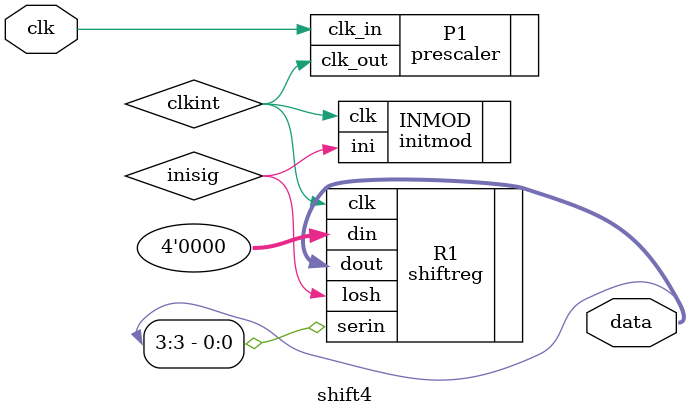
<source format=v>
module shift4 #(
    parameter NP = 1, INI = 4'b0000
) (
    input clk,
    output [3:0]data
);

wire clkint, inisig;

initmod INMOD (
    .clk (clkint),
    .ini(inisig)
);

prescaler #(
    .N(2)
    ) P1 (
    .clk_in(clk),
    .clk_out(clkint)
);

shiftreg R1 (
    .din(INI),
    .losh (inisig),
    .clk(clkint),
    .serin(data[3]),
    .dout(data)
);

endmodule

</source>
